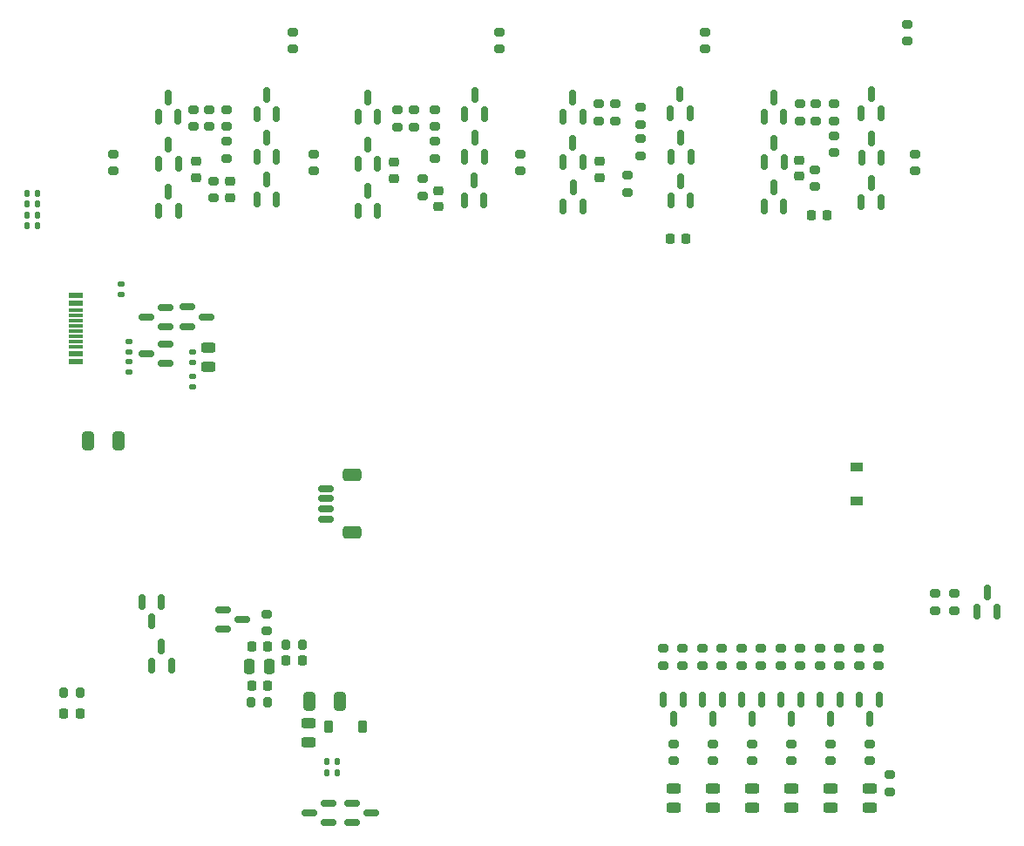
<source format=gtp>
G04 #@! TF.GenerationSoftware,KiCad,Pcbnew,9.0.4-9.0.4-0~ubuntu22.04.1*
G04 #@! TF.CreationDate,2025-10-29T06:09:25-06:00*
G04 #@! TF.ProjectId,WOOTSwitch,574f4f54-5377-4697-9463-682e6b696361,rev?*
G04 #@! TF.SameCoordinates,Original*
G04 #@! TF.FileFunction,Paste,Top*
G04 #@! TF.FilePolarity,Positive*
%FSLAX46Y46*%
G04 Gerber Fmt 4.6, Leading zero omitted, Abs format (unit mm)*
G04 Created by KiCad (PCBNEW 9.0.4-9.0.4-0~ubuntu22.04.1) date 2025-10-29 06:09:25*
%MOMM*%
%LPD*%
G01*
G04 APERTURE LIST*
G04 Aperture macros list*
%AMRoundRect*
0 Rectangle with rounded corners*
0 $1 Rounding radius*
0 $2 $3 $4 $5 $6 $7 $8 $9 X,Y pos of 4 corners*
0 Add a 4 corners polygon primitive as box body*
4,1,4,$2,$3,$4,$5,$6,$7,$8,$9,$2,$3,0*
0 Add four circle primitives for the rounded corners*
1,1,$1+$1,$2,$3*
1,1,$1+$1,$4,$5*
1,1,$1+$1,$6,$7*
1,1,$1+$1,$8,$9*
0 Add four rect primitives between the rounded corners*
20,1,$1+$1,$2,$3,$4,$5,0*
20,1,$1+$1,$4,$5,$6,$7,0*
20,1,$1+$1,$6,$7,$8,$9,0*
20,1,$1+$1,$8,$9,$2,$3,0*%
G04 Aperture macros list end*
%ADD10RoundRect,0.200000X-0.275000X0.200000X-0.275000X-0.200000X0.275000X-0.200000X0.275000X0.200000X0*%
%ADD11RoundRect,0.135000X-0.135000X-0.185000X0.135000X-0.185000X0.135000X0.185000X-0.135000X0.185000X0*%
%ADD12RoundRect,0.243750X0.456250X-0.243750X0.456250X0.243750X-0.456250X0.243750X-0.456250X-0.243750X0*%
%ADD13RoundRect,0.150000X0.150000X-0.587500X0.150000X0.587500X-0.150000X0.587500X-0.150000X-0.587500X0*%
%ADD14RoundRect,0.200000X0.275000X-0.200000X0.275000X0.200000X-0.275000X0.200000X-0.275000X-0.200000X0*%
%ADD15RoundRect,0.243750X-0.456250X0.243750X-0.456250X-0.243750X0.456250X-0.243750X0.456250X0.243750X0*%
%ADD16RoundRect,0.135000X-0.185000X0.135000X-0.185000X-0.135000X0.185000X-0.135000X0.185000X0.135000X0*%
%ADD17RoundRect,0.225000X0.225000X0.250000X-0.225000X0.250000X-0.225000X-0.250000X0.225000X-0.250000X0*%
%ADD18RoundRect,0.225000X-0.250000X0.225000X-0.250000X-0.225000X0.250000X-0.225000X0.250000X0.225000X0*%
%ADD19RoundRect,0.200000X0.200000X0.275000X-0.200000X0.275000X-0.200000X-0.275000X0.200000X-0.275000X0*%
%ADD20RoundRect,0.218750X0.218750X0.256250X-0.218750X0.256250X-0.218750X-0.256250X0.218750X-0.256250X0*%
%ADD21RoundRect,0.150000X0.587500X0.150000X-0.587500X0.150000X-0.587500X-0.150000X0.587500X-0.150000X0*%
%ADD22RoundRect,0.150000X-0.150000X0.587500X-0.150000X-0.587500X0.150000X-0.587500X0.150000X0.587500X0*%
%ADD23RoundRect,0.150000X-0.587500X-0.150000X0.587500X-0.150000X0.587500X0.150000X-0.587500X0.150000X0*%
%ADD24RoundRect,0.200000X-0.200000X-0.275000X0.200000X-0.275000X0.200000X0.275000X-0.200000X0.275000X0*%
%ADD25RoundRect,0.250000X0.325000X0.650000X-0.325000X0.650000X-0.325000X-0.650000X0.325000X-0.650000X0*%
%ADD26RoundRect,0.225000X-0.225000X-0.250000X0.225000X-0.250000X0.225000X0.250000X-0.225000X0.250000X0*%
%ADD27RoundRect,0.250000X-0.325000X-0.650000X0.325000X-0.650000X0.325000X0.650000X-0.325000X0.650000X0*%
%ADD28RoundRect,0.135000X0.135000X0.185000X-0.135000X0.185000X-0.135000X-0.185000X0.135000X-0.185000X0*%
%ADD29R,1.450000X0.600000*%
%ADD30R,1.450000X0.300000*%
%ADD31RoundRect,0.150000X-0.625000X0.150000X-0.625000X-0.150000X0.625000X-0.150000X0.625000X0.150000X0*%
%ADD32RoundRect,0.250000X-0.650000X0.350000X-0.650000X-0.350000X0.650000X-0.350000X0.650000X0.350000X0*%
%ADD33R,1.200000X0.900000*%
%ADD34RoundRect,0.135000X0.185000X-0.135000X0.185000X0.135000X-0.185000X0.135000X-0.185000X-0.135000X0*%
%ADD35RoundRect,0.250000X0.250000X0.475000X-0.250000X0.475000X-0.250000X-0.475000X0.250000X-0.475000X0*%
%ADD36RoundRect,0.225000X0.225000X0.375000X-0.225000X0.375000X-0.225000X-0.375000X0.225000X-0.375000X0*%
G04 APERTURE END LIST*
D10*
X138010000Y-76080000D03*
X138010000Y-77730000D03*
X108810000Y-69070000D03*
X108810000Y-70720000D03*
D11*
X62970000Y-86880000D03*
X63990000Y-86880000D03*
D10*
X71350000Y-80940000D03*
X71350000Y-82590000D03*
D12*
X80555000Y-101635000D03*
X80555000Y-99760000D03*
D13*
X144010000Y-85645000D03*
X145910000Y-85645000D03*
X144960000Y-83770000D03*
D14*
X120110000Y-77710000D03*
X120110000Y-76060000D03*
X125730000Y-139890000D03*
X125730000Y-138240000D03*
D10*
X79130000Y-76635000D03*
X79130000Y-78285000D03*
D13*
X125510000Y-85455000D03*
X127410000Y-85455000D03*
X126460000Y-83580000D03*
D10*
X82300000Y-76630000D03*
X82300000Y-78280000D03*
D15*
X133350000Y-142572500D03*
X133350000Y-144447500D03*
D10*
X118520000Y-76080000D03*
X118520000Y-77730000D03*
D16*
X72865000Y-99120000D03*
X72865000Y-100140000D03*
D13*
X134550000Y-77285000D03*
X136450000Y-77285000D03*
X135500000Y-75410000D03*
X115050000Y-86005000D03*
X116950000Y-86005000D03*
X116000000Y-84130000D03*
D10*
X132334000Y-128969000D03*
X132334000Y-130619000D03*
D14*
X137160000Y-139890000D03*
X137160000Y-138240000D03*
D17*
X86300000Y-128790000D03*
X84750000Y-128790000D03*
D18*
X98590000Y-81750000D03*
X98590000Y-83300000D03*
D10*
X136144000Y-128969000D03*
X136144000Y-130619000D03*
D19*
X68110000Y-133250000D03*
X66460000Y-133250000D03*
D20*
X68072500Y-135282000D03*
X66497500Y-135282000D03*
D10*
X148450000Y-68310000D03*
X148450000Y-69960000D03*
D21*
X76400000Y-101270000D03*
X76400000Y-99370000D03*
X74525000Y-100320000D03*
D13*
X125530000Y-81200000D03*
X127430000Y-81200000D03*
X126480000Y-79325000D03*
X95120000Y-86425000D03*
X97020000Y-86425000D03*
X96070000Y-84550000D03*
D21*
X92265000Y-145920000D03*
X92265000Y-144020000D03*
X90390000Y-144970000D03*
D10*
X90840000Y-80920000D03*
X90840000Y-82570000D03*
X139460000Y-82460000D03*
X139460000Y-84110000D03*
D16*
X72865000Y-101110000D03*
X72865000Y-102130000D03*
D13*
X75740000Y-81890000D03*
X77640000Y-81890000D03*
X76690000Y-80015000D03*
D22*
X75990000Y-124465000D03*
X74090000Y-124465000D03*
X75040000Y-126340000D03*
D17*
X140660000Y-86840000D03*
X139110000Y-86840000D03*
D13*
X155260000Y-125397500D03*
X157160000Y-125397500D03*
X156210000Y-123522500D03*
D22*
X134300000Y-133936500D03*
X132400000Y-133936500D03*
X133350000Y-135811500D03*
D10*
X122590000Y-79450000D03*
X122590000Y-81100000D03*
D14*
X129540000Y-139890000D03*
X129540000Y-138240000D03*
D10*
X128524000Y-128969000D03*
X128524000Y-130619000D03*
X102600000Y-79705000D03*
X102600000Y-81355000D03*
D11*
X62970000Y-87890000D03*
X63990000Y-87890000D03*
D14*
X134239000Y-130619000D03*
X134239000Y-128969000D03*
D22*
X126680000Y-133936500D03*
X124780000Y-133936500D03*
X125730000Y-135811500D03*
D23*
X82015000Y-125230000D03*
X82015000Y-127130000D03*
X83890000Y-126180000D03*
D18*
X79350000Y-81660000D03*
X79350000Y-83210000D03*
D15*
X140970000Y-142572500D03*
X140970000Y-144447500D03*
D13*
X95120000Y-77285000D03*
X97020000Y-77285000D03*
X96070000Y-75410000D03*
D23*
X94525000Y-143990000D03*
X94525000Y-145890000D03*
X96400000Y-144940000D03*
D11*
X62960000Y-84790000D03*
X63980000Y-84790000D03*
D14*
X80640000Y-78285000D03*
X80640000Y-76635000D03*
D15*
X125730000Y-142572500D03*
X125730000Y-144447500D03*
D14*
X126619000Y-130619000D03*
X126619000Y-128969000D03*
D13*
X134570000Y-86005000D03*
X136470000Y-86005000D03*
X135520000Y-84130000D03*
D10*
X81100000Y-83575000D03*
X81100000Y-85225000D03*
X82300000Y-79705000D03*
X82300000Y-81355000D03*
D17*
X86300000Y-132600000D03*
X84750000Y-132600000D03*
D10*
X153035000Y-123635000D03*
X153035000Y-125285000D03*
D13*
X75740000Y-86430000D03*
X77640000Y-86430000D03*
X76690000Y-84555000D03*
D10*
X151130000Y-123635000D03*
X151130000Y-125285000D03*
X102600000Y-76630000D03*
X102600000Y-78280000D03*
D24*
X88090000Y-128630000D03*
X89740000Y-128630000D03*
D17*
X89675000Y-130175000D03*
X88125000Y-130175000D03*
D19*
X86340000Y-134190000D03*
X84690000Y-134190000D03*
D22*
X138110000Y-133936500D03*
X136210000Y-133936500D03*
X137160000Y-135811500D03*
D13*
X144000000Y-76980000D03*
X145900000Y-76980000D03*
X144950000Y-75105000D03*
D10*
X121250000Y-83000000D03*
X121250000Y-84650000D03*
D25*
X93340000Y-134140000D03*
X90390000Y-134140000D03*
D26*
X125415000Y-89150000D03*
X126965000Y-89150000D03*
D13*
X105430000Y-85410000D03*
X107330000Y-85410000D03*
X106380000Y-83535000D03*
X105480000Y-81235000D03*
X107380000Y-81235000D03*
X106430000Y-79360000D03*
D14*
X100550000Y-78320000D03*
X100550000Y-76670000D03*
D13*
X95120000Y-81890000D03*
X97020000Y-81890000D03*
X96070000Y-80015000D03*
D10*
X128800000Y-69085000D03*
X128800000Y-70735000D03*
D14*
X138049000Y-130619000D03*
X138049000Y-128969000D03*
D13*
X85290000Y-77040000D03*
X87190000Y-77040000D03*
X86240000Y-75165000D03*
D10*
X101370000Y-83360000D03*
X101370000Y-85010000D03*
D27*
X68900000Y-108800000D03*
X71850000Y-108800000D03*
D28*
X93060000Y-141040000D03*
X92040000Y-141040000D03*
D12*
X90250000Y-138110000D03*
X90250000Y-136235000D03*
D10*
X141320000Y-76070000D03*
X141320000Y-77720000D03*
D18*
X138000000Y-81530000D03*
X138000000Y-83080000D03*
D13*
X115020000Y-81710000D03*
X116920000Y-81710000D03*
X115970000Y-79835000D03*
D11*
X62970000Y-85800000D03*
X63990000Y-85800000D03*
D10*
X146730000Y-141250000D03*
X146730000Y-142900000D03*
D21*
X76395000Y-97720000D03*
X76395000Y-95820000D03*
X74520000Y-96770000D03*
D13*
X75060000Y-130650000D03*
X76960000Y-130650000D03*
X76010000Y-128775000D03*
D14*
X140970000Y-139890000D03*
X140970000Y-138240000D03*
D13*
X85290000Y-81195000D03*
X87190000Y-81195000D03*
X86240000Y-79320000D03*
D14*
X133350000Y-139890000D03*
X133350000Y-138240000D03*
D29*
X67695000Y-94630000D03*
X67695000Y-95430000D03*
D30*
X67695000Y-96630000D03*
X67695000Y-97630000D03*
X67695000Y-98130000D03*
X67695000Y-99130000D03*
D29*
X67695000Y-100330000D03*
X67695000Y-101130000D03*
X67695000Y-101130000D03*
X67695000Y-100330000D03*
D30*
X67695000Y-99630000D03*
X67695000Y-98630000D03*
X67695000Y-97130000D03*
X67695000Y-96130000D03*
D29*
X67695000Y-95430000D03*
X67695000Y-94630000D03*
D14*
X139580000Y-77730000D03*
X139580000Y-76080000D03*
D13*
X85290000Y-85325000D03*
X87190000Y-85325000D03*
X86240000Y-83450000D03*
D31*
X92020000Y-113435000D03*
X92020000Y-114435000D03*
X92020000Y-115435000D03*
X92020000Y-116435000D03*
D32*
X94545000Y-112135000D03*
X94545000Y-117735000D03*
D10*
X88780000Y-69070000D03*
X88780000Y-70720000D03*
D18*
X118580000Y-81650000D03*
X118580000Y-83200000D03*
D10*
X141320000Y-79155000D03*
X141320000Y-80805000D03*
D13*
X105480000Y-77040000D03*
X107380000Y-77040000D03*
X106430000Y-75165000D03*
D22*
X130490000Y-133936500D03*
X128590000Y-133936500D03*
X129540000Y-135811500D03*
D10*
X143764000Y-128969000D03*
X143764000Y-130619000D03*
X124714000Y-128969000D03*
X124714000Y-130619000D03*
X110850000Y-80920000D03*
X110850000Y-82570000D03*
D18*
X102900000Y-84470000D03*
X102900000Y-86020000D03*
D14*
X144780000Y-139890000D03*
X144780000Y-138240000D03*
D16*
X79060000Y-100140000D03*
X79060000Y-101160000D03*
D13*
X125450000Y-76980000D03*
X127350000Y-76980000D03*
X126400000Y-75105000D03*
D33*
X143510000Y-111380000D03*
X143510000Y-114680000D03*
D14*
X130429000Y-130619000D03*
X130429000Y-128969000D03*
D22*
X145730000Y-133936500D03*
X143830000Y-133936500D03*
X144780000Y-135811500D03*
D14*
X141859000Y-130619000D03*
X141859000Y-128969000D03*
D13*
X134590000Y-81710000D03*
X136490000Y-81710000D03*
X135540000Y-79835000D03*
X115030000Y-77285000D03*
X116930000Y-77285000D03*
X115980000Y-75410000D03*
D10*
X98890000Y-76650000D03*
X98890000Y-78300000D03*
D13*
X144030000Y-81285000D03*
X145930000Y-81285000D03*
X144980000Y-79410000D03*
D11*
X92030000Y-140000000D03*
X93050000Y-140000000D03*
D34*
X72060000Y-94570000D03*
X72060000Y-93550000D03*
D10*
X122590000Y-76390000D03*
X122590000Y-78040000D03*
X139954000Y-128969000D03*
X139954000Y-130619000D03*
D13*
X75710000Y-77285000D03*
X77610000Y-77285000D03*
X76660000Y-75410000D03*
D18*
X82650000Y-83620000D03*
X82650000Y-85170000D03*
D14*
X145669000Y-130619000D03*
X145669000Y-128969000D03*
D15*
X129540000Y-142572500D03*
X129540000Y-144447500D03*
D23*
X78537500Y-95810000D03*
X78537500Y-97710000D03*
X80412500Y-96760000D03*
D14*
X86270000Y-127300000D03*
X86270000Y-125650000D03*
D10*
X149180000Y-80920000D03*
X149180000Y-82570000D03*
D22*
X141920000Y-133936500D03*
X140020000Y-133936500D03*
X140970000Y-135811500D03*
D34*
X79060000Y-103550000D03*
X79060000Y-102530000D03*
D15*
X137160000Y-142572500D03*
X137160000Y-144447500D03*
D35*
X86475000Y-130695000D03*
X84575000Y-130695000D03*
D36*
X95557500Y-136570000D03*
X92257500Y-136570000D03*
D15*
X144780000Y-142572500D03*
X144780000Y-144447500D03*
M02*

</source>
